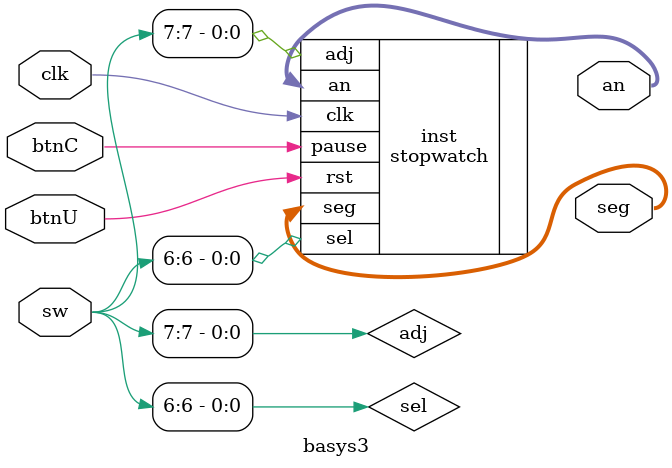
<source format=v>
`timescale 1ns / 1ps


module basys3(
    input wire clk,
    input wire [7:0] sw,
    input wire btnC,
    input wire btnU,
    output [3:0] an,
    output [6:0] seg
    );
    
    wire adj, sel;
    
    assign {adj, sel} = sw[7:6];
    
    stopwatch inst(
        .clk(clk),
        .rst(btnU),
        .pause(btnC),
        .adj(adj),
        .sel(sel),
        .an(an),
        .seg(seg)
    );
endmodule

</source>
